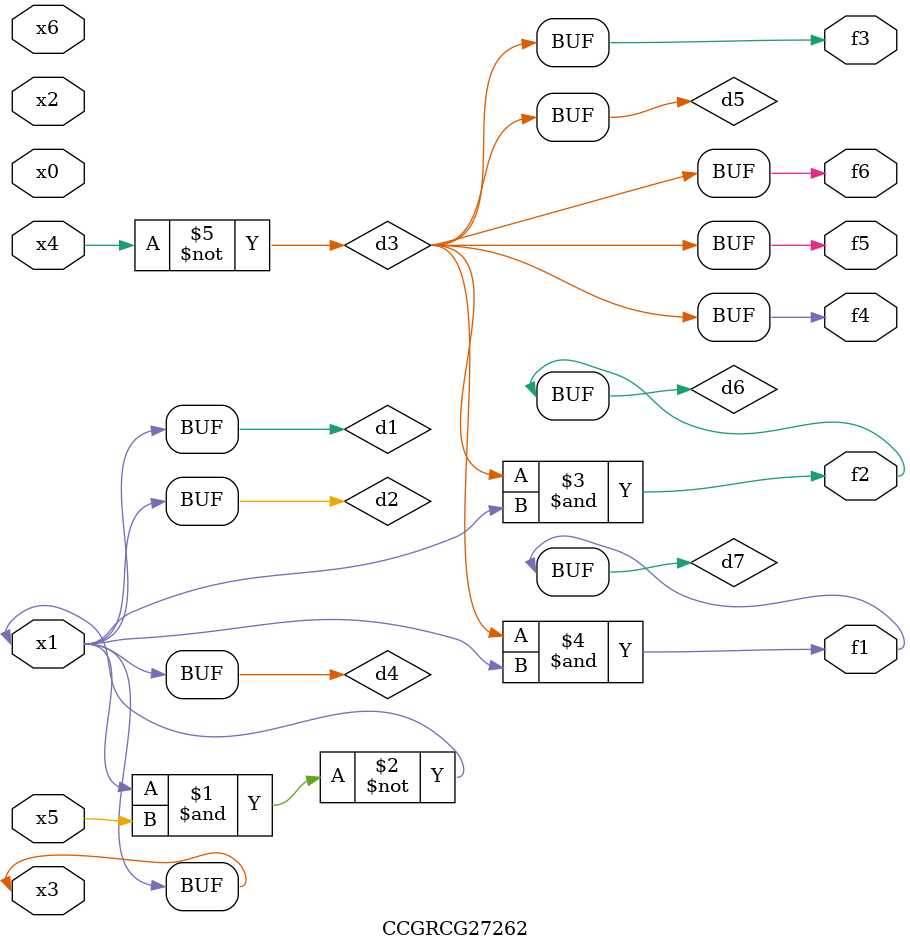
<source format=v>
module CCGRCG27262(
	input x0, x1, x2, x3, x4, x5, x6,
	output f1, f2, f3, f4, f5, f6
);

	wire d1, d2, d3, d4, d5, d6, d7;

	buf (d1, x1, x3);
	nand (d2, x1, x5);
	not (d3, x4);
	buf (d4, d1, d2);
	buf (d5, d3);
	and (d6, d3, d4);
	and (d7, d3, d4);
	assign f1 = d7;
	assign f2 = d6;
	assign f3 = d5;
	assign f4 = d5;
	assign f5 = d5;
	assign f6 = d5;
endmodule

</source>
